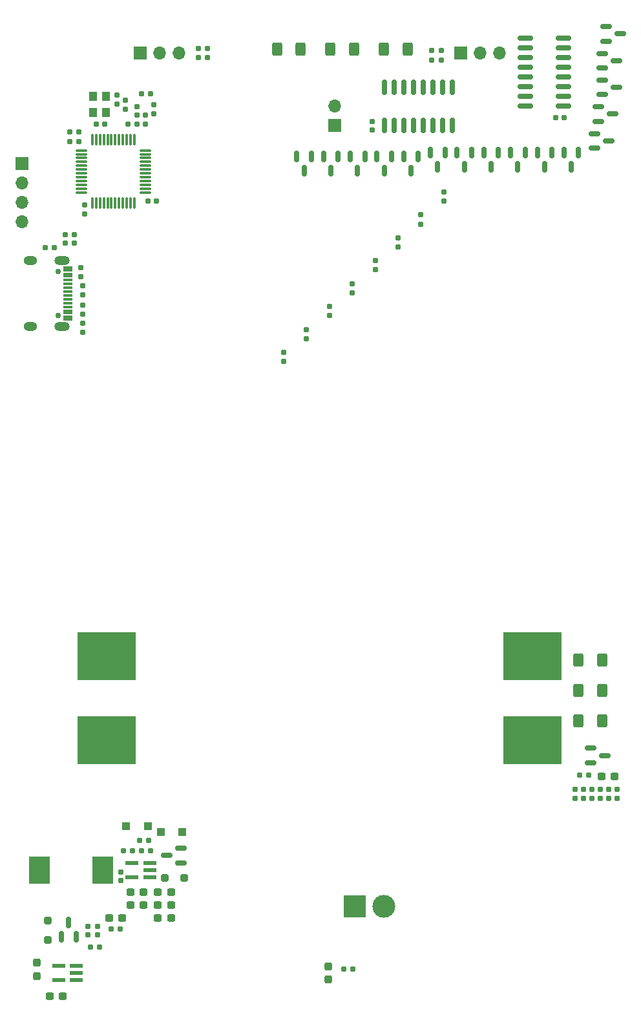
<source format=gbr>
%TF.GenerationSoftware,KiCad,Pcbnew,8.0.1*%
%TF.CreationDate,2024-06-28T23:28:04+08:00*%
%TF.ProjectId,pcb_badge,7063625f-6261-4646-9765-2e6b69636164,rev?*%
%TF.SameCoordinates,Original*%
%TF.FileFunction,Soldermask,Bot*%
%TF.FilePolarity,Negative*%
%FSLAX46Y46*%
G04 Gerber Fmt 4.6, Leading zero omitted, Abs format (unit mm)*
G04 Created by KiCad (PCBNEW 8.0.1) date 2024-06-28 23:28:04*
%MOMM*%
%LPD*%
G01*
G04 APERTURE LIST*
G04 Aperture macros list*
%AMRoundRect*
0 Rectangle with rounded corners*
0 $1 Rounding radius*
0 $2 $3 $4 $5 $6 $7 $8 $9 X,Y pos of 4 corners*
0 Add a 4 corners polygon primitive as box body*
4,1,4,$2,$3,$4,$5,$6,$7,$8,$9,$2,$3,0*
0 Add four circle primitives for the rounded corners*
1,1,$1+$1,$2,$3*
1,1,$1+$1,$4,$5*
1,1,$1+$1,$6,$7*
1,1,$1+$1,$8,$9*
0 Add four rect primitives between the rounded corners*
20,1,$1+$1,$2,$3,$4,$5,0*
20,1,$1+$1,$4,$5,$6,$7,0*
20,1,$1+$1,$6,$7,$8,$9,0*
20,1,$1+$1,$8,$9,$2,$3,0*%
G04 Aperture macros list end*
%ADD10R,1.700000X1.700000*%
%ADD11O,1.700000X1.700000*%
%ADD12R,3.000000X3.000000*%
%ADD13C,3.000000*%
%ADD14RoundRect,0.155000X0.212500X0.155000X-0.212500X0.155000X-0.212500X-0.155000X0.212500X-0.155000X0*%
%ADD15RoundRect,0.150000X-0.150000X0.587500X-0.150000X-0.587500X0.150000X-0.587500X0.150000X0.587500X0*%
%ADD16RoundRect,0.160000X0.160000X-0.197500X0.160000X0.197500X-0.160000X0.197500X-0.160000X-0.197500X0*%
%ADD17RoundRect,0.075000X-0.075000X0.662500X-0.075000X-0.662500X0.075000X-0.662500X0.075000X0.662500X0*%
%ADD18RoundRect,0.075000X-0.662500X0.075000X-0.662500X-0.075000X0.662500X-0.075000X0.662500X0.075000X0*%
%ADD19RoundRect,0.237500X-0.300000X-0.237500X0.300000X-0.237500X0.300000X0.237500X-0.300000X0.237500X0*%
%ADD20R,1.805236X0.612132*%
%ADD21RoundRect,0.250000X-0.250000X0.250000X-0.250000X-0.250000X0.250000X-0.250000X0.250000X0.250000X0*%
%ADD22RoundRect,0.160000X-0.160000X0.197500X-0.160000X-0.197500X0.160000X-0.197500X0.160000X0.197500X0*%
%ADD23RoundRect,0.250000X0.400000X0.625000X-0.400000X0.625000X-0.400000X-0.625000X0.400000X-0.625000X0*%
%ADD24C,0.750000*%
%ADD25R,1.300000X0.300000*%
%ADD26O,1.800000X1.200000*%
%ADD27O,2.000000X1.200000*%
%ADD28RoundRect,0.160000X-0.197500X-0.160000X0.197500X-0.160000X0.197500X0.160000X-0.197500X0.160000X0*%
%ADD29RoundRect,0.237500X-0.237500X0.300000X-0.237500X-0.300000X0.237500X-0.300000X0.237500X0.300000X0*%
%ADD30RoundRect,0.150000X-0.587500X-0.150000X0.587500X-0.150000X0.587500X0.150000X-0.587500X0.150000X0*%
%ADD31RoundRect,0.160000X0.197500X0.160000X-0.197500X0.160000X-0.197500X-0.160000X0.197500X-0.160000X0*%
%ADD32RoundRect,0.155000X-0.212500X-0.155000X0.212500X-0.155000X0.212500X0.155000X-0.212500X0.155000X0*%
%ADD33RoundRect,0.155000X-0.155000X0.212500X-0.155000X-0.212500X0.155000X-0.212500X0.155000X0.212500X0*%
%ADD34RoundRect,0.150000X0.587500X0.150000X-0.587500X0.150000X-0.587500X-0.150000X0.587500X-0.150000X0*%
%ADD35RoundRect,0.150000X-0.850000X-0.150000X0.850000X-0.150000X0.850000X0.150000X-0.850000X0.150000X0*%
%ADD36RoundRect,0.250000X-0.300000X-0.300000X0.300000X-0.300000X0.300000X0.300000X-0.300000X0.300000X0*%
%ADD37RoundRect,0.150000X-0.150000X0.850000X-0.150000X-0.850000X0.150000X-0.850000X0.150000X0.850000X0*%
%ADD38RoundRect,0.237500X0.300000X0.237500X-0.300000X0.237500X-0.300000X-0.237500X0.300000X-0.237500X0*%
%ADD39RoundRect,0.102000X3.725000X3.050000X-3.725000X3.050000X-3.725000X-3.050000X3.725000X-3.050000X0*%
%ADD40R,2.700000X3.600000*%
%ADD41RoundRect,0.155000X0.155000X-0.212500X0.155000X0.212500X-0.155000X0.212500X-0.155000X-0.212500X0*%
%ADD42R,1.100000X1.300000*%
%ADD43RoundRect,0.150000X0.150000X-0.587500X0.150000X0.587500X-0.150000X0.587500X-0.150000X-0.587500X0*%
%ADD44RoundRect,0.250000X0.250000X0.250000X-0.250000X0.250000X-0.250000X-0.250000X0.250000X-0.250000X0*%
%ADD45RoundRect,0.250000X0.300000X0.300000X-0.300000X0.300000X-0.300000X-0.300000X0.300000X-0.300000X0*%
G04 APERTURE END LIST*
D10*
%TO.C,J5*%
X133500000Y-34500000D03*
D11*
X136040000Y-34500000D03*
X138580000Y-34500000D03*
%TD*%
D10*
%TO.C,J7*%
X117000000Y-44000000D03*
D11*
X117000000Y-41460000D03*
%TD*%
D12*
%TO.C,J2*%
X119592500Y-146250000D03*
D13*
X123472500Y-146250000D03*
%TD*%
D10*
%TO.C,J4*%
X91500000Y-34500000D03*
D11*
X94040000Y-34500000D03*
X96580000Y-34500000D03*
%TD*%
D10*
%TO.C,J3*%
X76000002Y-49000000D03*
D11*
X76000002Y-51540000D03*
X76000002Y-54080000D03*
X76000002Y-56620000D03*
%TD*%
D14*
%TO.C,C40*%
X147067502Y-43000000D03*
X145932502Y-43000000D03*
%TD*%
D15*
%TO.C,Q90*%
X140050002Y-47562500D03*
X141950002Y-47562500D03*
X141000002Y-49437500D03*
%TD*%
D16*
%TO.C,R24*%
X83700000Y-63797500D03*
X83700000Y-62602500D03*
%TD*%
D17*
%TO.C,U3*%
X85250002Y-45837500D03*
X85750002Y-45837500D03*
X86250002Y-45837500D03*
X86750002Y-45837500D03*
X87250002Y-45837500D03*
X87750002Y-45837500D03*
X88250002Y-45837500D03*
X88750002Y-45837500D03*
X89250002Y-45837500D03*
X89750002Y-45837500D03*
X90250002Y-45837500D03*
X90750002Y-45837500D03*
D18*
X92162502Y-47250000D03*
X92162502Y-47750000D03*
X92162502Y-48250000D03*
X92162502Y-48750000D03*
X92162502Y-49250000D03*
X92162502Y-49750000D03*
X92162502Y-50250000D03*
X92162502Y-50750000D03*
X92162502Y-51250000D03*
X92162502Y-51750000D03*
X92162502Y-52250000D03*
X92162502Y-52750000D03*
D17*
X90750002Y-54162500D03*
X90250002Y-54162500D03*
X89750002Y-54162500D03*
X89250002Y-54162500D03*
X88750002Y-54162500D03*
X88250002Y-54162500D03*
X87750002Y-54162500D03*
X87250002Y-54162500D03*
X86750002Y-54162500D03*
X86250002Y-54162500D03*
X85750002Y-54162500D03*
X85250002Y-54162500D03*
D18*
X83837502Y-52750000D03*
X83837502Y-52250000D03*
X83837502Y-51750000D03*
X83837502Y-51250000D03*
X83837502Y-50750000D03*
X83837502Y-50250000D03*
X83837502Y-49750000D03*
X83837502Y-49250000D03*
X83837502Y-48750000D03*
X83837502Y-48250000D03*
X83837502Y-47750000D03*
X83837502Y-47250000D03*
%TD*%
D19*
%TO.C,C24*%
X93837502Y-146100000D03*
X95562502Y-146100000D03*
%TD*%
D20*
%TO.C,U1*%
X83150483Y-154049999D03*
X83150483Y-155000000D03*
X83150483Y-155950001D03*
X80849517Y-155950001D03*
X80849517Y-154049999D03*
%TD*%
D21*
%TO.C,D9*%
X79400002Y-148150000D03*
X79400002Y-150650000D03*
%TD*%
D22*
%TO.C,R97*%
X131300002Y-52702500D03*
X131300002Y-53897500D03*
%TD*%
D23*
%TO.C,R164*%
X112550000Y-34000000D03*
X109450000Y-34000000D03*
%TD*%
D14*
%TO.C,C32*%
X83467502Y-46100000D03*
X82332502Y-46100000D03*
%TD*%
D24*
%TO.C,J1*%
X80810000Y-68900000D03*
X80810000Y-63100000D03*
D25*
X82070000Y-69350000D03*
X82070000Y-68550000D03*
X82070000Y-67250000D03*
X82070000Y-66250000D03*
X82070000Y-65750000D03*
X82070000Y-64750000D03*
X82070000Y-63450000D03*
X82070000Y-62650000D03*
X82070000Y-62950000D03*
X82070000Y-63750000D03*
X82070000Y-64250000D03*
X82070000Y-65250000D03*
X82070000Y-66750000D03*
X82070000Y-67750000D03*
X82070000Y-68250000D03*
X82070000Y-69050000D03*
D26*
X77130000Y-70330000D03*
D27*
X81310000Y-70330000D03*
D26*
X77130000Y-61670000D03*
D27*
X81310000Y-61670000D03*
%TD*%
D16*
%TO.C,R32*%
X148500000Y-132097500D03*
X148500000Y-130902500D03*
%TD*%
D28*
%TO.C,R10*%
X85002502Y-151600000D03*
X86197502Y-151600000D03*
%TD*%
D29*
%TO.C,C11*%
X78000000Y-153637500D03*
X78000000Y-155362500D03*
%TD*%
D16*
%TO.C,R36*%
X150700000Y-132097500D03*
X150700000Y-130902500D03*
%TD*%
D30*
%TO.C,Q9*%
X150562502Y-127450000D03*
X150562502Y-125550000D03*
X152437502Y-126500000D03*
%TD*%
D16*
%TO.C,R4*%
X93300000Y-42497500D03*
X93300000Y-41302500D03*
%TD*%
%TO.C,R35*%
X151800000Y-132097500D03*
X151800000Y-130902500D03*
%TD*%
D23*
%TO.C,R165*%
X152050000Y-114000000D03*
X148950000Y-114000000D03*
%TD*%
D19*
%TO.C,C25*%
X93837502Y-144400000D03*
X95562502Y-144400000D03*
%TD*%
D31*
%TO.C,R17*%
X82897502Y-58300000D03*
X81702502Y-58300000D03*
%TD*%
D32*
%TO.C,C30*%
X92532502Y-53900000D03*
X93667502Y-53900000D03*
%TD*%
%TO.C,C38*%
X85732502Y-43800000D03*
X86867502Y-43800000D03*
%TD*%
D31*
%TO.C,R19*%
X85897502Y-150000000D03*
X84702502Y-150000000D03*
%TD*%
D16*
%TO.C,R21*%
X89600000Y-41897500D03*
X89600000Y-40702500D03*
%TD*%
D29*
%TO.C,C60*%
X116200000Y-154137500D03*
X116200000Y-155862500D03*
%TD*%
D15*
%TO.C,Q99*%
X115550002Y-48062500D03*
X117450002Y-48062500D03*
X116500002Y-49937500D03*
%TD*%
D16*
%TO.C,R34*%
X152900000Y-132097500D03*
X152900000Y-130902500D03*
%TD*%
%TO.C,R31*%
X149600000Y-132097500D03*
X149600000Y-130902500D03*
%TD*%
D31*
%TO.C,R20*%
X83497502Y-44800000D03*
X82302502Y-44800000D03*
%TD*%
D22*
%TO.C,R96*%
X128300002Y-55702500D03*
X128300002Y-56897500D03*
%TD*%
D19*
%TO.C,C20*%
X87437502Y-147800000D03*
X89162502Y-147800000D03*
%TD*%
D31*
%TO.C,R23*%
X92897502Y-139000000D03*
X91702502Y-139000000D03*
%TD*%
D16*
%TO.C,R6*%
X99100000Y-35097500D03*
X99100000Y-33902500D03*
%TD*%
D22*
%TO.C,R95*%
X125300002Y-58702500D03*
X125300002Y-59897500D03*
%TD*%
D33*
%TO.C,C21*%
X89000002Y-141732500D03*
X89000002Y-142867500D03*
%TD*%
D15*
%TO.C,Q91*%
X143550002Y-47562500D03*
X145450002Y-47562500D03*
X144500002Y-49437500D03*
%TD*%
D30*
%TO.C,Q94*%
X151562502Y-43450000D03*
X151562502Y-41550000D03*
X153437502Y-42500000D03*
%TD*%
D33*
%TO.C,C37*%
X88500000Y-40032500D03*
X88500000Y-41167500D03*
%TD*%
D28*
%TO.C,R11*%
X91702500Y-39800000D03*
X92897500Y-39800000D03*
%TD*%
D15*
%TO.C,Q915*%
X136550002Y-47562500D03*
X138450002Y-47562500D03*
X137500002Y-49437500D03*
%TD*%
D31*
%TO.C,R5*%
X92597502Y-137600000D03*
X91402502Y-137600000D03*
%TD*%
D22*
%TO.C,R90*%
X110300002Y-73702500D03*
X110300002Y-74897500D03*
%TD*%
D15*
%TO.C,Q98*%
X112050002Y-48062500D03*
X113950002Y-48062500D03*
X113000002Y-49937500D03*
%TD*%
D14*
%TO.C,C33*%
X91067500Y-43800000D03*
X89932500Y-43800000D03*
%TD*%
D34*
%TO.C,Q2*%
X96837502Y-138650000D03*
X96837502Y-140550000D03*
X94962502Y-139600000D03*
%TD*%
D23*
%TO.C,R166*%
X126550000Y-34000000D03*
X123450000Y-34000000D03*
%TD*%
D19*
%TO.C,C10*%
X79637500Y-158000000D03*
X81362500Y-158000000D03*
%TD*%
D22*
%TO.C,R92*%
X116300002Y-67702500D03*
X116300002Y-68897500D03*
%TD*%
D16*
%TO.C,R9*%
X129700000Y-35397500D03*
X129700000Y-34202500D03*
%TD*%
D28*
%TO.C,R16*%
X81702502Y-59400000D03*
X82897502Y-59400000D03*
%TD*%
D15*
%TO.C,Q911*%
X122550002Y-48062500D03*
X124450002Y-48062500D03*
X123500002Y-49937500D03*
%TD*%
%TO.C,Q912*%
X126050002Y-48062500D03*
X127950002Y-48062500D03*
X127000002Y-49937500D03*
%TD*%
D35*
%TO.C,U4*%
X142000000Y-41445000D03*
X142000000Y-40175000D03*
X142000000Y-38905000D03*
X142000000Y-37635000D03*
X142000000Y-36365000D03*
X142000000Y-35095000D03*
X142000000Y-33825000D03*
X142000000Y-32555000D03*
X147000000Y-32555000D03*
X147000000Y-33825000D03*
X147000000Y-35095000D03*
X147000000Y-36365000D03*
X147000000Y-37635000D03*
X147000000Y-38905000D03*
X147000000Y-40175000D03*
X147000000Y-41445000D03*
%TD*%
D32*
%TO.C,C1*%
X87732502Y-149250000D03*
X88867502Y-149250000D03*
%TD*%
D33*
%TO.C,C31*%
X84200002Y-54432500D03*
X84200002Y-55567500D03*
%TD*%
D36*
%TO.C,D2*%
X89700002Y-135750000D03*
X92500002Y-135750000D03*
%TD*%
D15*
%TO.C,Q914*%
X133050002Y-47562500D03*
X134950002Y-47562500D03*
X134000002Y-49437500D03*
%TD*%
D37*
%TO.C,U8*%
X123555000Y-39000000D03*
X124825000Y-39000000D03*
X126095000Y-39000000D03*
X127365000Y-39000000D03*
X128635000Y-39000000D03*
X129905000Y-39000000D03*
X131175000Y-39000000D03*
X132445000Y-39000000D03*
X132445000Y-44000000D03*
X131175000Y-44000000D03*
X129905000Y-44000000D03*
X128635000Y-44000000D03*
X127365000Y-44000000D03*
X126095000Y-44000000D03*
X124825000Y-44000000D03*
X123555000Y-44000000D03*
%TD*%
D31*
%TO.C,R3*%
X80297500Y-60000000D03*
X79102500Y-60000000D03*
%TD*%
D33*
%TO.C,C34*%
X91100000Y-41532500D03*
X91100000Y-42667500D03*
%TD*%
D23*
%TO.C,R162*%
X152050000Y-122000000D03*
X148950000Y-122000000D03*
%TD*%
D20*
%TO.C,U2*%
X92750485Y-140549999D03*
X92750485Y-141500000D03*
X92750485Y-142450001D03*
X90449519Y-142450001D03*
X90449519Y-140549999D03*
%TD*%
D22*
%TO.C,R2*%
X84000000Y-65002500D03*
X84000000Y-66197500D03*
%TD*%
D38*
%TO.C,C22*%
X91962502Y-144400000D03*
X90237502Y-144400000D03*
%TD*%
%TO.C,C92*%
X153662500Y-129200000D03*
X151937500Y-129200000D03*
%TD*%
D22*
%TO.C,R1*%
X84000000Y-67502500D03*
X84000000Y-68697500D03*
%TD*%
D16*
%TO.C,R7*%
X131000002Y-35397500D03*
X131000002Y-34202500D03*
%TD*%
D15*
%TO.C,Q92*%
X147050002Y-47562500D03*
X148950002Y-47562500D03*
X148000002Y-49437500D03*
%TD*%
D28*
%TO.C,R18*%
X84702502Y-148900000D03*
X85897502Y-148900000D03*
%TD*%
D16*
%TO.C,R33*%
X154000000Y-132097500D03*
X154000000Y-130902500D03*
%TD*%
D39*
%TO.C,BT1*%
X87125000Y-113500000D03*
X142875000Y-113500000D03*
X142875000Y-124500000D03*
X87125000Y-124500000D03*
%TD*%
D15*
%TO.C,Q910*%
X119050002Y-48062500D03*
X120950002Y-48062500D03*
X120000002Y-49937500D03*
%TD*%
D22*
%TO.C,R93*%
X119300002Y-64702500D03*
X119300002Y-65897500D03*
%TD*%
D38*
%TO.C,C26*%
X91962502Y-146100000D03*
X90237502Y-146100000D03*
%TD*%
D40*
%TO.C,L20*%
X78350002Y-141500000D03*
X86650002Y-141500000D03*
%TD*%
D16*
%TO.C,R25*%
X84000000Y-71097500D03*
X84000000Y-69902500D03*
%TD*%
D30*
%TO.C,Q96*%
X152062502Y-36450000D03*
X152062502Y-34550000D03*
X153937502Y-35500000D03*
%TD*%
D23*
%TO.C,R167*%
X119550000Y-34000000D03*
X116450000Y-34000000D03*
%TD*%
D16*
%TO.C,R8*%
X100300000Y-35097500D03*
X100300000Y-33902500D03*
%TD*%
D41*
%TO.C,C80*%
X121900000Y-44567500D03*
X121900000Y-43432500D03*
%TD*%
D19*
%TO.C,C23*%
X93837502Y-147800000D03*
X95562502Y-147800000D03*
%TD*%
D28*
%TO.C,R22*%
X89302502Y-139000000D03*
X90497502Y-139000000D03*
%TD*%
D22*
%TO.C,R91*%
X113300002Y-70702500D03*
X113300002Y-71897500D03*
%TD*%
D28*
%TO.C,R61*%
X118202500Y-154500000D03*
X119397500Y-154500000D03*
%TD*%
D23*
%TO.C,R163*%
X152050000Y-118000000D03*
X148950000Y-118000000D03*
%TD*%
D42*
%TO.C,Y1*%
X87025000Y-40150000D03*
X87025000Y-42250000D03*
X85375000Y-42250000D03*
X85375000Y-40150000D03*
%TD*%
D22*
%TO.C,R94*%
X122300002Y-61702500D03*
X122300002Y-62897500D03*
%TD*%
D43*
%TO.C,Q1*%
X83112502Y-150237500D03*
X81212502Y-150237500D03*
X82162502Y-148362500D03*
%TD*%
D44*
%TO.C,D1*%
X97250002Y-142500000D03*
X94750002Y-142500000D03*
%TD*%
D30*
%TO.C,Q93*%
X151062502Y-46950000D03*
X151062502Y-45050000D03*
X152937502Y-46000000D03*
%TD*%
%TO.C,Q97*%
X152562502Y-32950000D03*
X152562502Y-31050000D03*
X154437502Y-32000000D03*
%TD*%
D16*
%TO.C,R30*%
X92200000Y-43797500D03*
X92200000Y-42602500D03*
%TD*%
D15*
%TO.C,Q913*%
X129550002Y-47562500D03*
X131450002Y-47562500D03*
X130500002Y-49437500D03*
%TD*%
D30*
%TO.C,Q95*%
X152062502Y-39950000D03*
X152062502Y-38050000D03*
X153937502Y-39000000D03*
%TD*%
D28*
%TO.C,R14*%
X149102500Y-129100000D03*
X150297500Y-129100000D03*
%TD*%
D45*
%TO.C,D18*%
X97000002Y-136500000D03*
X94200002Y-136500000D03*
%TD*%
M02*

</source>
